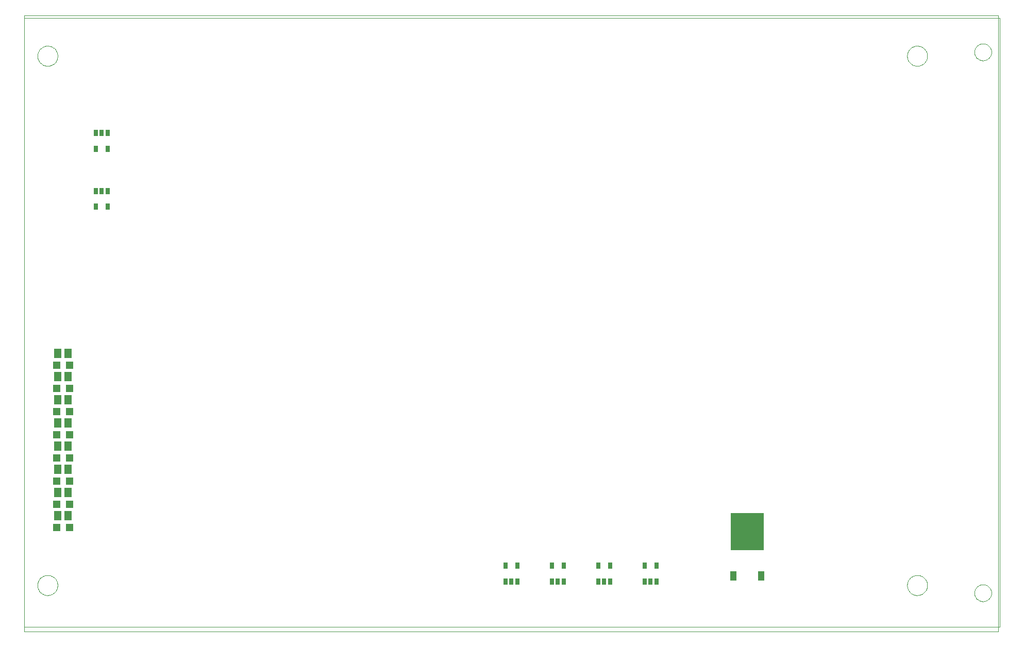
<source format=gtp>
G75*
G70*
%OFA0B0*%
%FSLAX24Y24*%
%IPPOS*%
%LPD*%
%AMOC8*
5,1,8,0,0,1.08239X$1,22.5*
%
%ADD10C,0.0000*%
%ADD11R,0.0272X0.0390*%
%ADD12R,0.0512X0.0591*%
%ADD13R,0.0472X0.0472*%
%ADD14R,0.2126X0.2441*%
%ADD15R,0.0394X0.0630*%
D10*
X004848Y007120D02*
X004848Y046990D01*
X067840Y046990D01*
X067840Y007120D01*
X004848Y007120D01*
X004848Y007430D02*
X004848Y046810D01*
X067948Y046810D01*
X067948Y007430D01*
X004848Y007430D01*
X005698Y010120D02*
X005700Y010170D01*
X005706Y010220D01*
X005716Y010270D01*
X005729Y010318D01*
X005746Y010366D01*
X005767Y010412D01*
X005791Y010456D01*
X005819Y010498D01*
X005850Y010538D01*
X005884Y010575D01*
X005921Y010610D01*
X005960Y010641D01*
X006001Y010670D01*
X006045Y010695D01*
X006091Y010717D01*
X006138Y010735D01*
X006186Y010749D01*
X006235Y010760D01*
X006285Y010767D01*
X006335Y010770D01*
X006386Y010769D01*
X006436Y010764D01*
X006486Y010755D01*
X006534Y010743D01*
X006582Y010726D01*
X006628Y010706D01*
X006673Y010683D01*
X006716Y010656D01*
X006756Y010626D01*
X006794Y010593D01*
X006829Y010557D01*
X006862Y010518D01*
X006891Y010477D01*
X006917Y010434D01*
X006940Y010389D01*
X006959Y010342D01*
X006974Y010294D01*
X006986Y010245D01*
X006994Y010195D01*
X006998Y010145D01*
X006998Y010095D01*
X006994Y010045D01*
X006986Y009995D01*
X006974Y009946D01*
X006959Y009898D01*
X006940Y009851D01*
X006917Y009806D01*
X006891Y009763D01*
X006862Y009722D01*
X006829Y009683D01*
X006794Y009647D01*
X006756Y009614D01*
X006716Y009584D01*
X006673Y009557D01*
X006628Y009534D01*
X006582Y009514D01*
X006534Y009497D01*
X006486Y009485D01*
X006436Y009476D01*
X006386Y009471D01*
X006335Y009470D01*
X006285Y009473D01*
X006235Y009480D01*
X006186Y009491D01*
X006138Y009505D01*
X006091Y009523D01*
X006045Y009545D01*
X006001Y009570D01*
X005960Y009599D01*
X005921Y009630D01*
X005884Y009665D01*
X005850Y009702D01*
X005819Y009742D01*
X005791Y009784D01*
X005767Y009828D01*
X005746Y009874D01*
X005729Y009922D01*
X005716Y009970D01*
X005706Y010020D01*
X005700Y010070D01*
X005698Y010120D01*
X005698Y044370D02*
X005700Y044420D01*
X005706Y044470D01*
X005716Y044520D01*
X005729Y044568D01*
X005746Y044616D01*
X005767Y044662D01*
X005791Y044706D01*
X005819Y044748D01*
X005850Y044788D01*
X005884Y044825D01*
X005921Y044860D01*
X005960Y044891D01*
X006001Y044920D01*
X006045Y044945D01*
X006091Y044967D01*
X006138Y044985D01*
X006186Y044999D01*
X006235Y045010D01*
X006285Y045017D01*
X006335Y045020D01*
X006386Y045019D01*
X006436Y045014D01*
X006486Y045005D01*
X006534Y044993D01*
X006582Y044976D01*
X006628Y044956D01*
X006673Y044933D01*
X006716Y044906D01*
X006756Y044876D01*
X006794Y044843D01*
X006829Y044807D01*
X006862Y044768D01*
X006891Y044727D01*
X006917Y044684D01*
X006940Y044639D01*
X006959Y044592D01*
X006974Y044544D01*
X006986Y044495D01*
X006994Y044445D01*
X006998Y044395D01*
X006998Y044345D01*
X006994Y044295D01*
X006986Y044245D01*
X006974Y044196D01*
X006959Y044148D01*
X006940Y044101D01*
X006917Y044056D01*
X006891Y044013D01*
X006862Y043972D01*
X006829Y043933D01*
X006794Y043897D01*
X006756Y043864D01*
X006716Y043834D01*
X006673Y043807D01*
X006628Y043784D01*
X006582Y043764D01*
X006534Y043747D01*
X006486Y043735D01*
X006436Y043726D01*
X006386Y043721D01*
X006335Y043720D01*
X006285Y043723D01*
X006235Y043730D01*
X006186Y043741D01*
X006138Y043755D01*
X006091Y043773D01*
X006045Y043795D01*
X006001Y043820D01*
X005960Y043849D01*
X005921Y043880D01*
X005884Y043915D01*
X005850Y043952D01*
X005819Y043992D01*
X005791Y044034D01*
X005767Y044078D01*
X005746Y044124D01*
X005729Y044172D01*
X005716Y044220D01*
X005706Y044270D01*
X005700Y044320D01*
X005698Y044370D01*
X061948Y044370D02*
X061950Y044420D01*
X061956Y044470D01*
X061966Y044520D01*
X061979Y044568D01*
X061996Y044616D01*
X062017Y044662D01*
X062041Y044706D01*
X062069Y044748D01*
X062100Y044788D01*
X062134Y044825D01*
X062171Y044860D01*
X062210Y044891D01*
X062251Y044920D01*
X062295Y044945D01*
X062341Y044967D01*
X062388Y044985D01*
X062436Y044999D01*
X062485Y045010D01*
X062535Y045017D01*
X062585Y045020D01*
X062636Y045019D01*
X062686Y045014D01*
X062736Y045005D01*
X062784Y044993D01*
X062832Y044976D01*
X062878Y044956D01*
X062923Y044933D01*
X062966Y044906D01*
X063006Y044876D01*
X063044Y044843D01*
X063079Y044807D01*
X063112Y044768D01*
X063141Y044727D01*
X063167Y044684D01*
X063190Y044639D01*
X063209Y044592D01*
X063224Y044544D01*
X063236Y044495D01*
X063244Y044445D01*
X063248Y044395D01*
X063248Y044345D01*
X063244Y044295D01*
X063236Y044245D01*
X063224Y044196D01*
X063209Y044148D01*
X063190Y044101D01*
X063167Y044056D01*
X063141Y044013D01*
X063112Y043972D01*
X063079Y043933D01*
X063044Y043897D01*
X063006Y043864D01*
X062966Y043834D01*
X062923Y043807D01*
X062878Y043784D01*
X062832Y043764D01*
X062784Y043747D01*
X062736Y043735D01*
X062686Y043726D01*
X062636Y043721D01*
X062585Y043720D01*
X062535Y043723D01*
X062485Y043730D01*
X062436Y043741D01*
X062388Y043755D01*
X062341Y043773D01*
X062295Y043795D01*
X062251Y043820D01*
X062210Y043849D01*
X062171Y043880D01*
X062134Y043915D01*
X062100Y043952D01*
X062069Y043992D01*
X062041Y044034D01*
X062017Y044078D01*
X061996Y044124D01*
X061979Y044172D01*
X061966Y044220D01*
X061956Y044270D01*
X061950Y044320D01*
X061948Y044370D01*
X066298Y044620D02*
X066300Y044667D01*
X066306Y044713D01*
X066316Y044759D01*
X066329Y044803D01*
X066347Y044847D01*
X066368Y044888D01*
X066392Y044928D01*
X066420Y044966D01*
X066451Y045001D01*
X066485Y045033D01*
X066521Y045062D01*
X066560Y045088D01*
X066600Y045111D01*
X066643Y045130D01*
X066687Y045146D01*
X066732Y045158D01*
X066778Y045166D01*
X066825Y045170D01*
X066871Y045170D01*
X066918Y045166D01*
X066964Y045158D01*
X067009Y045146D01*
X067053Y045130D01*
X067096Y045111D01*
X067136Y045088D01*
X067175Y045062D01*
X067211Y045033D01*
X067245Y045001D01*
X067276Y044966D01*
X067304Y044928D01*
X067328Y044888D01*
X067349Y044847D01*
X067367Y044803D01*
X067380Y044759D01*
X067390Y044713D01*
X067396Y044667D01*
X067398Y044620D01*
X067396Y044573D01*
X067390Y044527D01*
X067380Y044481D01*
X067367Y044437D01*
X067349Y044393D01*
X067328Y044352D01*
X067304Y044312D01*
X067276Y044274D01*
X067245Y044239D01*
X067211Y044207D01*
X067175Y044178D01*
X067136Y044152D01*
X067096Y044129D01*
X067053Y044110D01*
X067009Y044094D01*
X066964Y044082D01*
X066918Y044074D01*
X066871Y044070D01*
X066825Y044070D01*
X066778Y044074D01*
X066732Y044082D01*
X066687Y044094D01*
X066643Y044110D01*
X066600Y044129D01*
X066560Y044152D01*
X066521Y044178D01*
X066485Y044207D01*
X066451Y044239D01*
X066420Y044274D01*
X066392Y044312D01*
X066368Y044352D01*
X066347Y044393D01*
X066329Y044437D01*
X066316Y044481D01*
X066306Y044527D01*
X066300Y044573D01*
X066298Y044620D01*
X061948Y010120D02*
X061950Y010170D01*
X061956Y010220D01*
X061966Y010270D01*
X061979Y010318D01*
X061996Y010366D01*
X062017Y010412D01*
X062041Y010456D01*
X062069Y010498D01*
X062100Y010538D01*
X062134Y010575D01*
X062171Y010610D01*
X062210Y010641D01*
X062251Y010670D01*
X062295Y010695D01*
X062341Y010717D01*
X062388Y010735D01*
X062436Y010749D01*
X062485Y010760D01*
X062535Y010767D01*
X062585Y010770D01*
X062636Y010769D01*
X062686Y010764D01*
X062736Y010755D01*
X062784Y010743D01*
X062832Y010726D01*
X062878Y010706D01*
X062923Y010683D01*
X062966Y010656D01*
X063006Y010626D01*
X063044Y010593D01*
X063079Y010557D01*
X063112Y010518D01*
X063141Y010477D01*
X063167Y010434D01*
X063190Y010389D01*
X063209Y010342D01*
X063224Y010294D01*
X063236Y010245D01*
X063244Y010195D01*
X063248Y010145D01*
X063248Y010095D01*
X063244Y010045D01*
X063236Y009995D01*
X063224Y009946D01*
X063209Y009898D01*
X063190Y009851D01*
X063167Y009806D01*
X063141Y009763D01*
X063112Y009722D01*
X063079Y009683D01*
X063044Y009647D01*
X063006Y009614D01*
X062966Y009584D01*
X062923Y009557D01*
X062878Y009534D01*
X062832Y009514D01*
X062784Y009497D01*
X062736Y009485D01*
X062686Y009476D01*
X062636Y009471D01*
X062585Y009470D01*
X062535Y009473D01*
X062485Y009480D01*
X062436Y009491D01*
X062388Y009505D01*
X062341Y009523D01*
X062295Y009545D01*
X062251Y009570D01*
X062210Y009599D01*
X062171Y009630D01*
X062134Y009665D01*
X062100Y009702D01*
X062069Y009742D01*
X062041Y009784D01*
X062017Y009828D01*
X061996Y009874D01*
X061979Y009922D01*
X061966Y009970D01*
X061956Y010020D01*
X061950Y010070D01*
X061948Y010120D01*
X066298Y009620D02*
X066300Y009667D01*
X066306Y009713D01*
X066316Y009759D01*
X066329Y009803D01*
X066347Y009847D01*
X066368Y009888D01*
X066392Y009928D01*
X066420Y009966D01*
X066451Y010001D01*
X066485Y010033D01*
X066521Y010062D01*
X066560Y010088D01*
X066600Y010111D01*
X066643Y010130D01*
X066687Y010146D01*
X066732Y010158D01*
X066778Y010166D01*
X066825Y010170D01*
X066871Y010170D01*
X066918Y010166D01*
X066964Y010158D01*
X067009Y010146D01*
X067053Y010130D01*
X067096Y010111D01*
X067136Y010088D01*
X067175Y010062D01*
X067211Y010033D01*
X067245Y010001D01*
X067276Y009966D01*
X067304Y009928D01*
X067328Y009888D01*
X067349Y009847D01*
X067367Y009803D01*
X067380Y009759D01*
X067390Y009713D01*
X067396Y009667D01*
X067398Y009620D01*
X067396Y009573D01*
X067390Y009527D01*
X067380Y009481D01*
X067367Y009437D01*
X067349Y009393D01*
X067328Y009352D01*
X067304Y009312D01*
X067276Y009274D01*
X067245Y009239D01*
X067211Y009207D01*
X067175Y009178D01*
X067136Y009152D01*
X067096Y009129D01*
X067053Y009110D01*
X067009Y009094D01*
X066964Y009082D01*
X066918Y009074D01*
X066871Y009070D01*
X066825Y009070D01*
X066778Y009074D01*
X066732Y009082D01*
X066687Y009094D01*
X066643Y009110D01*
X066600Y009129D01*
X066560Y009152D01*
X066521Y009178D01*
X066485Y009207D01*
X066451Y009239D01*
X066420Y009274D01*
X066392Y009312D01*
X066368Y009352D01*
X066347Y009393D01*
X066329Y009437D01*
X066316Y009481D01*
X066306Y009527D01*
X066300Y009573D01*
X066298Y009620D01*
D11*
X045722Y010362D03*
X045348Y010362D03*
X044974Y010362D03*
X044974Y011381D03*
X045722Y011381D03*
X042722Y011381D03*
X041974Y011381D03*
X041974Y010362D03*
X042348Y010362D03*
X042722Y010362D03*
X039722Y010362D03*
X039348Y010362D03*
X038974Y010362D03*
X038974Y011381D03*
X039722Y011381D03*
X036722Y011381D03*
X035974Y011381D03*
X035974Y010362D03*
X036348Y010362D03*
X036722Y010362D03*
X010222Y034608D03*
X009474Y034608D03*
X009474Y035627D03*
X009848Y035627D03*
X010222Y035627D03*
X010222Y038358D03*
X009474Y038358D03*
X009474Y039377D03*
X009848Y039377D03*
X010222Y039377D03*
D12*
X007683Y025120D03*
X007013Y025120D03*
X007013Y023620D03*
X007683Y023620D03*
X007683Y022120D03*
X007013Y022120D03*
X007013Y020620D03*
X007683Y020620D03*
X007683Y019120D03*
X007013Y019120D03*
X007013Y017620D03*
X007683Y017620D03*
X007683Y016120D03*
X007013Y016120D03*
X007013Y014620D03*
X007683Y014620D03*
D13*
X007761Y013870D03*
X006934Y013870D03*
X006934Y015370D03*
X007761Y015370D03*
X007761Y016870D03*
X006934Y016870D03*
X006934Y018370D03*
X007761Y018370D03*
X007761Y019870D03*
X006934Y019870D03*
X006934Y021370D03*
X007761Y021370D03*
X007761Y022870D03*
X006934Y022870D03*
X006934Y024370D03*
X007761Y024370D03*
D14*
X051598Y013604D03*
D15*
X052496Y010730D03*
X050700Y010730D03*
M02*

</source>
